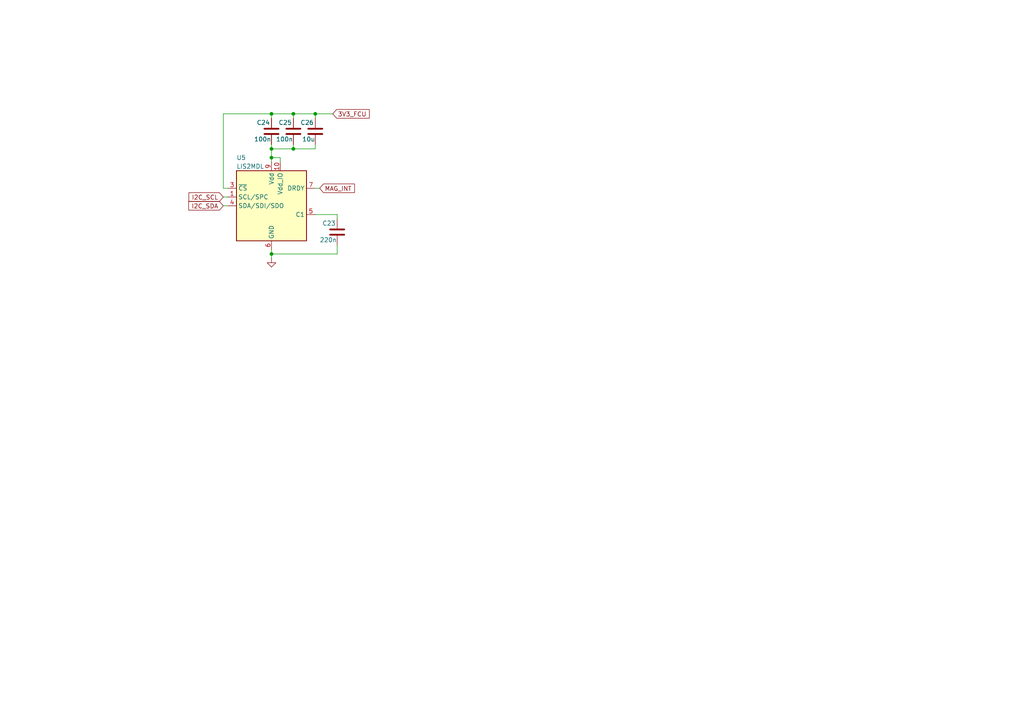
<source format=kicad_sch>
(kicad_sch (version 20250114) (generator "eeschema") (generator_version "9.0")
  (paper "A4")
  (lib_symbols
    (symbol "Device:C" (pin_numbers (hide yes)) (pin_names (offset 0.254))
      (property "Reference" "C" (at 0.635 2.54 0))
      (property "Value" "C" (at 0.635 -2.54 0))
      (symbol "C_0_1"
        (polyline (pts (xy -2.032 0.762) (xy 2.032 0.762)) (stroke (width 0.508)))
        (polyline (pts (xy -2.032 -0.762) (xy 2.032 -0.762)) (stroke (width 0.508)))
      )
      (symbol "C_1_1"
        (pin passive line (at 0 3.81 270) (length 2.794) (name "~") (number "1"))
        (pin passive line (at 0 -3.81 90) (length 2.794) (name "~") (number "2"))
      )
    )
    (symbol "Sensor_Magnetic:LIS2MDL"
      (property "Reference" "U" (at -8.89 11.43 0))
      (property "Value" "LIS2MDL" (at 7.62 11.43 0))
      (symbol "LIS2MDL_0_1"
        (rectangle (start -10.16 10.16) (end 10.16 -10.16) (stroke (width 0.254)) (fill (type background)))
      )
      (symbol "LIS2MDL_1_1"
        (pin input line (at -12.7 5.08 0) (length 2.54) (name "~{CS}") (number "3"))
        (pin input line (at -12.7 2.54 0) (length 2.54) (name "SCL/SPC") (number "1"))
        (pin bidirectional line (at -12.7 0 0) (length 2.54) (name "SDA/SDI/SDO") (number "4"))
        (pin no_connect line (at -10.16 -5.08 0) (length 2.54) (hide yes) (name "NC") (number "2"))
        (pin no_connect line (at -10.16 -7.62 0) (length 2.54) (hide yes) (name "NC") (number "11"))
        (pin power_in line (at 0 12.7 270) (length 2.54) (name "Vdd") (number "9"))
        (pin power_in line (at 0 -12.7 90) (length 2.54) (name "GND") (number "6"))
        (pin passive line (at 0 -12.7 90) (length 2.54) (hide yes) (name "GND") (number "8"))
        (pin power_in line (at 2.54 12.7 270) (length 2.54) (name "Vdd_IO") (number "10"))
        (pin no_connect line (at 10.16 -7.62 180) (length 2.54) (hide yes) (name "NC") (number "12"))
        (pin output line (at 12.7 5.08 180) (length 2.54) (name "DRDY") (number "7"))
        (pin power_out line (at 12.7 -2.54 180) (length 2.54) (name "C1") (number "5"))
      )
    )
    (symbol "power:GND" (power) (pin_numbers (hide yes)) (pin_names (offset 0) (hide yes))
      (property "Value" "GND" (at 0 -3.81 0))
      (symbol "GND_0_1"
        (polyline (pts (xy 0 0) (xy 0 -1.27) (xy 1.27 -1.27) (xy 0 -2.54) (xy -1.27 -1.27) (xy 0 -1.27)))
      )
      (symbol "GND_1_1"
        (pin power_in line (at 0 0 270) (length 0) (name "~") (number "1"))
      )
    )
  )
  (junction (at 78.74 73.66))
  (junction (at 85.09 43.18))
  (junction (at 78.74 33.02))
  (junction (at 85.09 33.02))
  (junction (at 91.44 33.02))
  (junction (at 78.74 43.18))
  (junction (at 78.74 45.72))
  (wire (pts (xy 78.74 43.18) (xy 85.09 43.18)))
  (wire (pts (xy 78.74 72.39) (xy 78.74 73.66)))
  (wire (pts (xy 78.74 33.02) (xy 85.09 33.02)))
  (wire (pts (xy 64.77 54.61) (xy 64.77 33.02)))
  (wire (pts (xy 85.09 43.18) (xy 91.44 43.18)))
  (wire (pts (xy 97.79 71.12) (xy 97.79 73.66)))
  (wire (pts (xy 64.77 59.69) (xy 66.04 59.69)))
  (wire (pts (xy 64.77 33.02) (xy 78.74 33.02)))
  (wire (pts (xy 81.28 45.72) (xy 78.74 45.72)))
  (wire (pts (xy 91.44 41.91) (xy 91.44 43.18)))
  (wire (pts (xy 78.74 73.66) (xy 78.74 74.93)))
  (wire (pts (xy 97.79 63.5) (xy 97.79 62.23)))
  (wire (pts (xy 64.77 54.61) (xy 66.04 54.61)))
  (wire (pts (xy 91.44 33.02) (xy 91.44 34.29)))
  (wire (pts (xy 78.74 41.91) (xy 78.74 43.18)))
  (wire (pts (xy 85.09 33.02) (xy 91.44 33.02)))
  (wire (pts (xy 78.74 73.66) (xy 97.79 73.66)))
  (wire (pts (xy 81.28 46.99) (xy 81.28 45.72)))
  (wire (pts (xy 91.44 33.02) (xy 96.52 33.02)))
  (wire (pts (xy 91.44 62.23) (xy 97.79 62.23)))
  (wire (pts (xy 85.09 41.91) (xy 85.09 43.18)))
  (wire (pts (xy 78.74 43.18) (xy 78.74 45.72)))
  (wire (pts (xy 78.74 45.72) (xy 78.74 46.99)))
  (wire (pts (xy 85.09 33.02) (xy 85.09 34.29)))
  (wire (pts (xy 64.77 57.15) (xy 66.04 57.15)))
  (wire (pts (xy 78.74 34.29) (xy 78.74 33.02)))
  (wire (pts (xy 91.44 54.61) (xy 92.71 54.61)))
  (global_label "I2C_SCL" (shape input) (at 64.77 57.15 180) (property "Intersheetrefs" "${INTERSHEET_REFS}" (effects (hide yes))))
  (global_label "3V3_FCU" (shape input) (at 96.52 33.02 0) (property "Intersheetrefs" "${INTERSHEET_REFS}" (effects (hide yes))))
  (global_label "MAG_INT" (shape input) (at 92.71 54.61 0) (property "Intersheetrefs" "${INTERSHEET_REFS}" (effects (hide yes))))
  (global_label "I2C_SDA" (shape input) (at 64.77 59.69 180) (property "Intersheetrefs" "${INTERSHEET_REFS}" (effects (hide yes))))
  (symbol (lib_id "Device:C") (at 78.74 38.1 0) (unit 1)
    (property "Reference" "C24" (at 74.422 35.56 0) (effects (justify left)))
    (property "Value" "100n" (at 73.66 40.386 0) (effects (justify left)))
    (property "Footprint" "Capacitor_SMD:C_0805_2012Metric_Pad1.18x1.45mm_HandSolder" (effects (hide yes)))
    (property "Description" "Unpolarized capacitor" (effects (hide yes)))
  )
  (symbol (lib_id "Sensor_Magnetic:LIS2MDL") (at 78.74 59.69 0) (unit 1)
    (property "Reference" "U5" (at 68.58 45.72 0) (effects (justify left)))
    (property "Value" "LIS2MDL" (at 68.58 48.26 0) (effects (justify left)))
    (property "Footprint" "Package_LGA:LGA-12_2x2mm_P0.5mm" (effects (hide yes)))
    (property "Datasheet" "https://www.st.com/resource/en/datasheet/lis2mdl.pdf" (effects (hide yes)))
    (property "Description" "Ultra-low-power, 3-axis digital output magnetometer, LGA-12" (effects (hide yes)))
  )
  (symbol (lib_id "Device:C") (at 91.44 38.1 0) (unit 1)
    (property "Reference" "C26" (at 87.122 35.56 0) (effects (justify left)))
    (property "Value" "10u" (at 87.63 40.386 0) (effects (justify left)))
    (property "Footprint" "Capacitor_SMD:C_0805_2012Metric_Pad1.18x1.45mm_HandSolder" (effects (hide yes)))
    (property "Description" "Unpolarized capacitor" (effects (hide yes)))
  )
  (symbol (lib_id "power:GND") (at 78.74 74.93 0) (unit 1)
    (property "Reference" "#PWR019" (effects (hide yes)))
    (property "Value" "GND" (effects (hide yes)))
    (property "Description" "Power symbol creates a global label with name \"GND\" , ground" (effects (hide yes)))
  )
  (symbol (lib_id "Device:C") (at 97.79 67.31 0) (unit 1)
    (property "Reference" "C23" (at 93.472 64.77 0) (effects (justify left)))
    (property "Value" "220n" (at 92.71 69.596 0) (effects (justify left)))
    (property "Footprint" "Capacitor_SMD:C_0805_2012Metric_Pad1.18x1.45mm_HandSolder" (effects (hide yes)))
    (property "Description" "Unpolarized capacitor" (effects (hide yes)))
  )
  (symbol (lib_id "Device:C") (at 85.09 38.1 0) (unit 1)
    (property "Reference" "C25" (at 80.772 35.56 0) (effects (justify left)))
    (property "Value" "100n" (at 80.01 40.386 0) (effects (justify left)))
    (property "Footprint" "Capacitor_SMD:C_0805_2012Metric_Pad1.18x1.45mm_HandSolder" (effects (hide yes)))
    (property "Description" "Unpolarized capacitor" (effects (hide yes)))
  )
)
</source>
